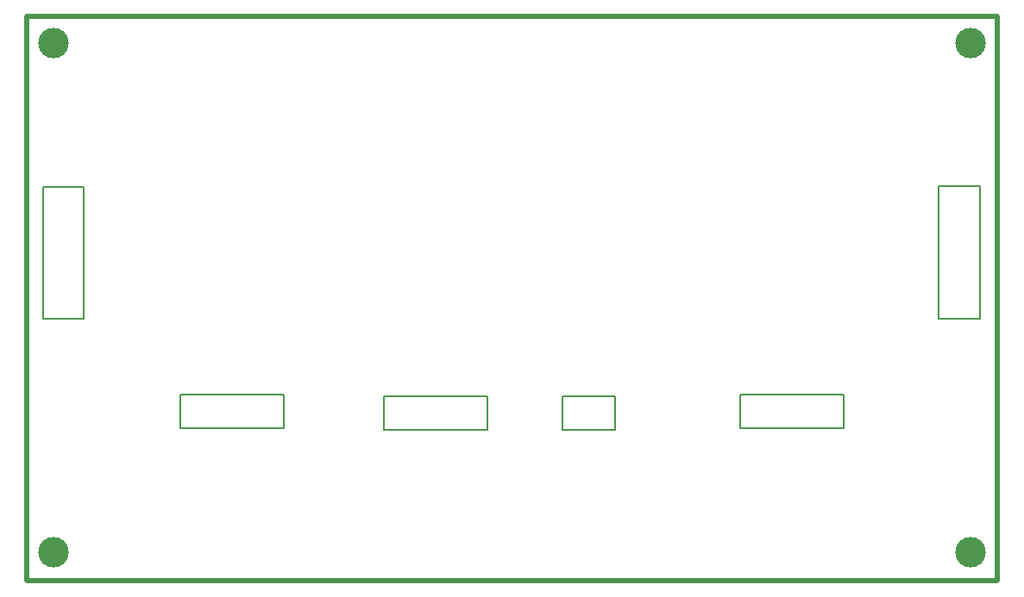
<source format=gbr>
%FSLAX34Y34*%
%MOMM*%
%LNCOPPER_BOTTOM*%
G71*
G01*
%ADD10C, 0.500*%
%ADD11C, 0.200*%
%ADD12C, 3.000*%
%LPD*%
G54D10*
X25000Y976471D02*
X977384Y976473D01*
X977384Y422669D01*
X977342Y422627D01*
X25000Y422627D01*
X25000Y976471D01*
G54D11*
X920000Y810000D02*
X960000Y810000D01*
X960000Y680000D01*
X920000Y680000D01*
X920000Y810000D01*
G54D11*
X40800Y809200D02*
X80800Y809200D01*
X80800Y679200D01*
X40800Y679200D01*
X40800Y809200D01*
G54D11*
X175500Y605000D02*
X277115Y605000D01*
X277115Y572308D01*
X175500Y572308D01*
X175500Y605000D01*
G54D11*
X375632Y603159D02*
X477248Y603159D01*
X477248Y570467D01*
X375632Y570467D01*
X375632Y603159D01*
G54D11*
X724650Y605000D02*
X826265Y605000D01*
X826265Y572308D01*
X724650Y572308D01*
X724650Y605000D01*
G54D11*
X550526Y603355D02*
X602142Y603355D01*
X602142Y570662D01*
X550526Y570662D01*
X550526Y603355D01*
X50800Y950152D02*
G54D12*
D03*
X50800Y450408D02*
G54D12*
D03*
X950912Y450408D02*
G54D12*
D03*
X950913Y950153D02*
G54D12*
D03*
M02*

</source>
